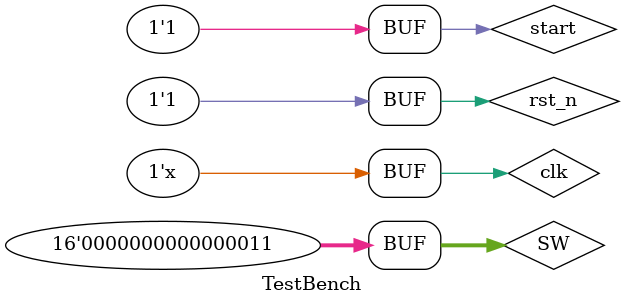
<source format=sv>
`timescale 1ns / 1ps

module TestBench();

  parameter     HF_CYCLE = 2.5;       // 200 MHz clock
  parameter     RST_WAIT = 100;         // 10 ns reset
  parameter     RAM_SIZE = 512;       // in 32-bit words

  // clock, reset
  logic clk;
  logic rst_n;
  
  logic [15:0] SW;
  logic start;
  

  miriscv_top #(
  
    .RAM_SIZE       ( RAM_SIZE           ),
    .RAM_INIT_FILE  ( "program_sort.dat" )
    
  ) DUT (
  
    .clk_i    ( clk   ),
    .rst_n_i  ( rst_n ),
    
    .start  ( !start ),
  
    .SW  ( SW )
    
  );

  initial begin
  
    SW = {14'd0, 2'b11};
  
    start = 1'b1;
    clk   = 1'b0;
    rst_n = 1'b0;
    #RST_WAIT;
    rst_n = 1'b1;
    
    #10;
    
    start = 1'b1;
    
    #100;
    
    start = 1'b0;
    
    #60; 
    
    start = 1'b1;
    
  end

  always begin
  
    #HF_CYCLE;
    clk = ~clk;
    
  end
    
endmodule

</source>
